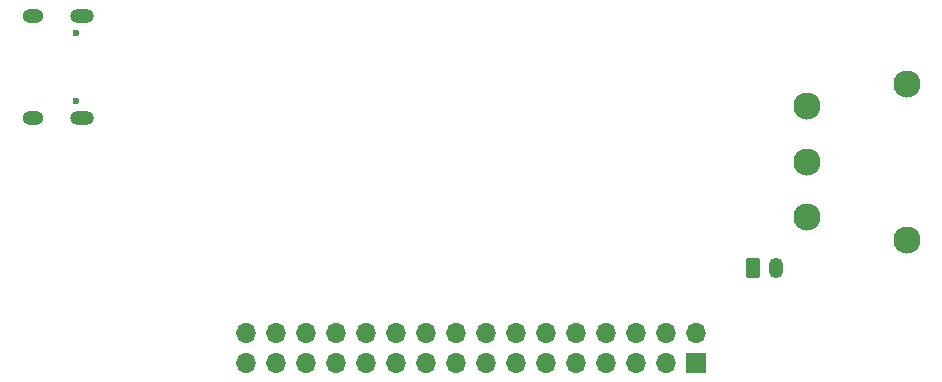
<source format=gbr>
%TF.GenerationSoftware,KiCad,Pcbnew,9.0.0*%
%TF.CreationDate,2025-04-09T20:52:01+02:00*%
%TF.ProjectId,MMPOwerBoardKiCAD9Version,4d4d504f-7765-4724-926f-6172644b6943,rev?*%
%TF.SameCoordinates,Original*%
%TF.FileFunction,Soldermask,Bot*%
%TF.FilePolarity,Negative*%
%FSLAX46Y46*%
G04 Gerber Fmt 4.6, Leading zero omitted, Abs format (unit mm)*
G04 Created by KiCad (PCBNEW 9.0.0) date 2025-04-09 20:52:01*
%MOMM*%
%LPD*%
G01*
G04 APERTURE LIST*
G04 Aperture macros list*
%AMRoundRect*
0 Rectangle with rounded corners*
0 $1 Rounding radius*
0 $2 $3 $4 $5 $6 $7 $8 $9 X,Y pos of 4 corners*
0 Add a 4 corners polygon primitive as box body*
4,1,4,$2,$3,$4,$5,$6,$7,$8,$9,$2,$3,0*
0 Add four circle primitives for the rounded corners*
1,1,$1+$1,$2,$3*
1,1,$1+$1,$4,$5*
1,1,$1+$1,$6,$7*
1,1,$1+$1,$8,$9*
0 Add four rect primitives between the rounded corners*
20,1,$1+$1,$2,$3,$4,$5,0*
20,1,$1+$1,$4,$5,$6,$7,0*
20,1,$1+$1,$6,$7,$8,$9,0*
20,1,$1+$1,$8,$9,$2,$3,0*%
G04 Aperture macros list end*
%ADD10C,0.600000*%
%ADD11O,2.000000X1.200000*%
%ADD12O,1.800000X1.200000*%
%ADD13C,2.300000*%
%ADD14RoundRect,0.250000X-0.350000X-0.625000X0.350000X-0.625000X0.350000X0.625000X-0.350000X0.625000X0*%
%ADD15O,1.200000X1.750000*%
%ADD16R,1.700000X1.700000*%
%ADD17O,1.700000X1.700000*%
G04 APERTURE END LIST*
D10*
%TO.C,J1*%
X170248500Y-73100000D03*
X170248500Y-78900000D03*
D11*
X170754500Y-71675000D03*
D12*
X166574500Y-71675000D03*
X166574500Y-80325000D03*
D11*
X170754500Y-80325000D03*
%TD*%
D13*
%TO.C,SW1*%
X232136500Y-79300000D03*
X232136500Y-84000000D03*
X232136500Y-88700000D03*
X240536500Y-90600000D03*
X240536500Y-77400000D03*
%TD*%
D14*
%TO.C,J3*%
X227500000Y-93000000D03*
D15*
X229500000Y-93000000D03*
%TD*%
D16*
%TO.C,J2*%
X222660000Y-101040000D03*
D17*
X222660000Y-98500000D03*
X220120000Y-101040000D03*
X220120000Y-98500000D03*
X217580000Y-101040000D03*
X217580000Y-98500000D03*
X215040000Y-101040000D03*
X215040000Y-98500000D03*
X212500000Y-101040000D03*
X212500000Y-98500000D03*
X209960000Y-101040000D03*
X209960000Y-98500000D03*
X207420000Y-101040000D03*
X207420000Y-98500000D03*
X204880000Y-101040000D03*
X204880000Y-98500000D03*
X202340000Y-101040000D03*
X202340000Y-98500000D03*
X199800000Y-101040000D03*
X199800000Y-98500000D03*
X197260000Y-101040000D03*
X197260000Y-98500000D03*
X194720000Y-101040000D03*
X194720000Y-98500000D03*
X192180000Y-101040000D03*
X192180000Y-98500000D03*
X189640000Y-101040000D03*
X189640000Y-98500000D03*
X187100000Y-101040000D03*
X187100000Y-98500000D03*
X184560000Y-101040000D03*
X184560000Y-98500000D03*
%TD*%
M02*

</source>
